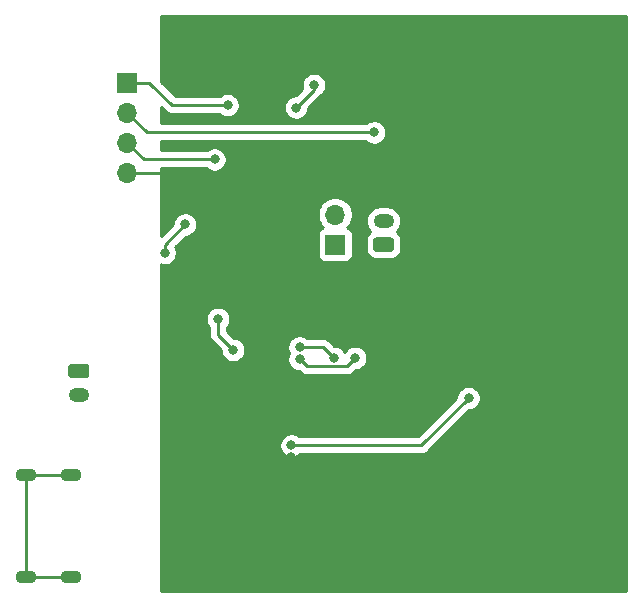
<source format=gbl>
G04 #@! TF.GenerationSoftware,KiCad,Pcbnew,(5.1.5-0)*
G04 #@! TF.CreationDate,2022-02-10T11:07:37-07:00*
G04 #@! TF.ProjectId,TPS61165-heater-v4,54505336-3131-4363-952d-686561746572,rev?*
G04 #@! TF.SameCoordinates,Original*
G04 #@! TF.FileFunction,Copper,L2,Bot*
G04 #@! TF.FilePolarity,Positive*
%FSLAX46Y46*%
G04 Gerber Fmt 4.6, Leading zero omitted, Abs format (unit mm)*
G04 Created by KiCad (PCBNEW (5.1.5-0)) date 2022-02-10 11:07:37*
%MOMM*%
%LPD*%
G04 APERTURE LIST*
%ADD10O,1.700000X1.700000*%
%ADD11R,1.700000X1.700000*%
%ADD12O,1.750000X1.200000*%
%ADD13C,0.100000*%
%ADD14O,1.800000X1.100000*%
%ADD15C,0.800000*%
%ADD16C,0.250000*%
%ADD17C,0.254000*%
G04 APERTURE END LIST*
D10*
X127100000Y-53920000D03*
X127100000Y-51380000D03*
X127100000Y-48840000D03*
D11*
X127100000Y-46300000D03*
D12*
X148800000Y-58000000D03*
G04 #@! TA.AperFunction,ComponentPad*
D13*
G36*
X149449505Y-59401204D02*
G01*
X149473773Y-59404804D01*
X149497572Y-59410765D01*
X149520671Y-59419030D01*
X149542850Y-59429520D01*
X149563893Y-59442132D01*
X149583599Y-59456747D01*
X149601777Y-59473223D01*
X149618253Y-59491401D01*
X149632868Y-59511107D01*
X149645480Y-59532150D01*
X149655970Y-59554329D01*
X149664235Y-59577428D01*
X149670196Y-59601227D01*
X149673796Y-59625495D01*
X149675000Y-59649999D01*
X149675000Y-60350001D01*
X149673796Y-60374505D01*
X149670196Y-60398773D01*
X149664235Y-60422572D01*
X149655970Y-60445671D01*
X149645480Y-60467850D01*
X149632868Y-60488893D01*
X149618253Y-60508599D01*
X149601777Y-60526777D01*
X149583599Y-60543253D01*
X149563893Y-60557868D01*
X149542850Y-60570480D01*
X149520671Y-60580970D01*
X149497572Y-60589235D01*
X149473773Y-60595196D01*
X149449505Y-60598796D01*
X149425001Y-60600000D01*
X148174999Y-60600000D01*
X148150495Y-60598796D01*
X148126227Y-60595196D01*
X148102428Y-60589235D01*
X148079329Y-60580970D01*
X148057150Y-60570480D01*
X148036107Y-60557868D01*
X148016401Y-60543253D01*
X147998223Y-60526777D01*
X147981747Y-60508599D01*
X147967132Y-60488893D01*
X147954520Y-60467850D01*
X147944030Y-60445671D01*
X147935765Y-60422572D01*
X147929804Y-60398773D01*
X147926204Y-60374505D01*
X147925000Y-60350001D01*
X147925000Y-59649999D01*
X147926204Y-59625495D01*
X147929804Y-59601227D01*
X147935765Y-59577428D01*
X147944030Y-59554329D01*
X147954520Y-59532150D01*
X147967132Y-59511107D01*
X147981747Y-59491401D01*
X147998223Y-59473223D01*
X148016401Y-59456747D01*
X148036107Y-59442132D01*
X148057150Y-59429520D01*
X148079329Y-59419030D01*
X148102428Y-59410765D01*
X148126227Y-59404804D01*
X148150495Y-59401204D01*
X148174999Y-59400000D01*
X149425001Y-59400000D01*
X149449505Y-59401204D01*
G37*
G04 #@! TD.AperFunction*
D10*
X144700000Y-57460000D03*
D11*
X144700000Y-60000000D03*
D12*
X123000000Y-72700000D03*
G04 #@! TA.AperFunction,ComponentPad*
D13*
G36*
X123649505Y-70101204D02*
G01*
X123673773Y-70104804D01*
X123697572Y-70110765D01*
X123720671Y-70119030D01*
X123742850Y-70129520D01*
X123763893Y-70142132D01*
X123783599Y-70156747D01*
X123801777Y-70173223D01*
X123818253Y-70191401D01*
X123832868Y-70211107D01*
X123845480Y-70232150D01*
X123855970Y-70254329D01*
X123864235Y-70277428D01*
X123870196Y-70301227D01*
X123873796Y-70325495D01*
X123875000Y-70349999D01*
X123875000Y-71050001D01*
X123873796Y-71074505D01*
X123870196Y-71098773D01*
X123864235Y-71122572D01*
X123855970Y-71145671D01*
X123845480Y-71167850D01*
X123832868Y-71188893D01*
X123818253Y-71208599D01*
X123801777Y-71226777D01*
X123783599Y-71243253D01*
X123763893Y-71257868D01*
X123742850Y-71270480D01*
X123720671Y-71280970D01*
X123697572Y-71289235D01*
X123673773Y-71295196D01*
X123649505Y-71298796D01*
X123625001Y-71300000D01*
X122374999Y-71300000D01*
X122350495Y-71298796D01*
X122326227Y-71295196D01*
X122302428Y-71289235D01*
X122279329Y-71280970D01*
X122257150Y-71270480D01*
X122236107Y-71257868D01*
X122216401Y-71243253D01*
X122198223Y-71226777D01*
X122181747Y-71208599D01*
X122167132Y-71188893D01*
X122154520Y-71167850D01*
X122144030Y-71145671D01*
X122135765Y-71122572D01*
X122129804Y-71098773D01*
X122126204Y-71074505D01*
X122125000Y-71050001D01*
X122125000Y-70349999D01*
X122126204Y-70325495D01*
X122129804Y-70301227D01*
X122135765Y-70277428D01*
X122144030Y-70254329D01*
X122154520Y-70232150D01*
X122167132Y-70211107D01*
X122181747Y-70191401D01*
X122198223Y-70173223D01*
X122216401Y-70156747D01*
X122236107Y-70142132D01*
X122257150Y-70129520D01*
X122279329Y-70119030D01*
X122302428Y-70110765D01*
X122326227Y-70104804D01*
X122350495Y-70101204D01*
X122374999Y-70100000D01*
X123625001Y-70100000D01*
X123649505Y-70101204D01*
G37*
G04 #@! TD.AperFunction*
D14*
X118525000Y-79480000D03*
X118525000Y-88120000D03*
X122325000Y-79480000D03*
X122325000Y-88120000D03*
D15*
X147900000Y-83800000D03*
X147900000Y-83000000D03*
X147900000Y-84600000D03*
X147900000Y-82200000D03*
X147900000Y-87300000D03*
X152700000Y-83600000D03*
X152500000Y-86800000D03*
X138400000Y-79300000D03*
X141700000Y-79300000D03*
X138350000Y-80650000D03*
X141000000Y-78000000D03*
X151100000Y-71400000D03*
X143700000Y-63900000D03*
X140500000Y-63900000D03*
X138300000Y-67025000D03*
X150200000Y-50200000D03*
X133500000Y-55700000D03*
X147300000Y-53400000D03*
X134400000Y-46000000D03*
X160000000Y-71000000D03*
X141400000Y-48400000D03*
X142900000Y-46500000D03*
X130275000Y-60702158D03*
X132000000Y-58300000D03*
X134799990Y-66300000D03*
X136070155Y-68917229D03*
X141700000Y-69700003D03*
X146400000Y-69600000D03*
X141700000Y-68700000D03*
X144600000Y-69600000D03*
X135600000Y-48200000D03*
X148000000Y-50500000D03*
X134500000Y-52800000D03*
X156000000Y-73000000D03*
X141000000Y-77000000D03*
D16*
X140500000Y-64825000D02*
X138300000Y-67025000D01*
X140500000Y-63900000D02*
X140500000Y-64825000D01*
X140500000Y-63900000D02*
X143700000Y-63900000D01*
X143700000Y-64000000D02*
X143700000Y-63900000D01*
X151100000Y-71400000D02*
X143700000Y-64000000D01*
X127100000Y-53920000D02*
X131620000Y-53920000D01*
X131620000Y-53920000D02*
X133400000Y-55700000D01*
X142900000Y-46900000D02*
X142900000Y-46500000D01*
X141400000Y-48400000D02*
X142900000Y-46900000D01*
X130275000Y-60025000D02*
X132000000Y-58300000D01*
X130275000Y-60702158D02*
X130275000Y-60025000D01*
X122325000Y-79480000D02*
X118525000Y-79480000D01*
X122325000Y-88120000D02*
X118525000Y-88120000D01*
X118525000Y-88120000D02*
X118525000Y-79480000D01*
X134799990Y-67647064D02*
X136070155Y-68917229D01*
X134799990Y-66300000D02*
X134799990Y-67647064D01*
X146000001Y-69999999D02*
X146400000Y-69600000D01*
X145674999Y-70325001D02*
X146000001Y-69999999D01*
X142324998Y-70325001D02*
X145674999Y-70325001D01*
X141700000Y-69700003D02*
X142324998Y-70325001D01*
X143700000Y-68700000D02*
X144600000Y-69600000D01*
X141700000Y-68700000D02*
X143700000Y-68700000D01*
X135600000Y-48200000D02*
X130900000Y-48200000D01*
X128900000Y-46300000D02*
X129100000Y-46500000D01*
X127100000Y-46300000D02*
X128900000Y-46300000D01*
X129100000Y-46500000D02*
X129000000Y-46300000D01*
X130900000Y-48200000D02*
X129100000Y-46500000D01*
X128760000Y-50500000D02*
X148000000Y-50500000D01*
X127100000Y-48840000D02*
X128760000Y-50500000D01*
X128520000Y-52800000D02*
X127100000Y-51380000D01*
X134500000Y-52800000D02*
X128520000Y-52800000D01*
X156000000Y-73000000D02*
X152000000Y-77000000D01*
X152000000Y-77000000D02*
X141000000Y-77000000D01*
D17*
G36*
X169340001Y-89340000D02*
G01*
X129927000Y-89340000D01*
X129927000Y-76898061D01*
X139965000Y-76898061D01*
X139965000Y-77101939D01*
X140004774Y-77301898D01*
X140082795Y-77490256D01*
X140196063Y-77659774D01*
X140340226Y-77803937D01*
X140509744Y-77917205D01*
X140698102Y-77995226D01*
X140898061Y-78035000D01*
X141101939Y-78035000D01*
X141301898Y-77995226D01*
X141490256Y-77917205D01*
X141659774Y-77803937D01*
X141703711Y-77760000D01*
X151962678Y-77760000D01*
X152000000Y-77763676D01*
X152037322Y-77760000D01*
X152037333Y-77760000D01*
X152148986Y-77749003D01*
X152292247Y-77705546D01*
X152424276Y-77634974D01*
X152540001Y-77540001D01*
X152563804Y-77510997D01*
X156039802Y-74035000D01*
X156101939Y-74035000D01*
X156301898Y-73995226D01*
X156490256Y-73917205D01*
X156659774Y-73803937D01*
X156803937Y-73659774D01*
X156917205Y-73490256D01*
X156995226Y-73301898D01*
X157035000Y-73101939D01*
X157035000Y-72898061D01*
X156995226Y-72698102D01*
X156917205Y-72509744D01*
X156803937Y-72340226D01*
X156659774Y-72196063D01*
X156490256Y-72082795D01*
X156301898Y-72004774D01*
X156101939Y-71965000D01*
X155898061Y-71965000D01*
X155698102Y-72004774D01*
X155509744Y-72082795D01*
X155340226Y-72196063D01*
X155196063Y-72340226D01*
X155082795Y-72509744D01*
X155004774Y-72698102D01*
X154965000Y-72898061D01*
X154965000Y-72960198D01*
X151685199Y-76240000D01*
X141703711Y-76240000D01*
X141659774Y-76196063D01*
X141490256Y-76082795D01*
X141301898Y-76004774D01*
X141101939Y-75965000D01*
X140898061Y-75965000D01*
X140698102Y-76004774D01*
X140509744Y-76082795D01*
X140340226Y-76196063D01*
X140196063Y-76340226D01*
X140082795Y-76509744D01*
X140004774Y-76698102D01*
X139965000Y-76898061D01*
X129927000Y-76898061D01*
X129927000Y-66198061D01*
X133764990Y-66198061D01*
X133764990Y-66401939D01*
X133804764Y-66601898D01*
X133882785Y-66790256D01*
X133996053Y-66959774D01*
X134039991Y-67003712D01*
X134039991Y-67609732D01*
X134036314Y-67647064D01*
X134039991Y-67684397D01*
X134049683Y-67782795D01*
X134050988Y-67796049D01*
X134094444Y-67939310D01*
X134165016Y-68071340D01*
X134199446Y-68113292D01*
X134259990Y-68187065D01*
X134288988Y-68210863D01*
X135035155Y-68957031D01*
X135035155Y-69019168D01*
X135074929Y-69219127D01*
X135152950Y-69407485D01*
X135266218Y-69577003D01*
X135410381Y-69721166D01*
X135579899Y-69834434D01*
X135768257Y-69912455D01*
X135968216Y-69952229D01*
X136172094Y-69952229D01*
X136372053Y-69912455D01*
X136560411Y-69834434D01*
X136729929Y-69721166D01*
X136874092Y-69577003D01*
X136987360Y-69407485D01*
X137065381Y-69219127D01*
X137105155Y-69019168D01*
X137105155Y-68815290D01*
X137065381Y-68615331D01*
X137058228Y-68598061D01*
X140665000Y-68598061D01*
X140665000Y-68801939D01*
X140704774Y-69001898D01*
X140782795Y-69190256D01*
X140789307Y-69200002D01*
X140782795Y-69209747D01*
X140704774Y-69398105D01*
X140665000Y-69598064D01*
X140665000Y-69801942D01*
X140704774Y-70001901D01*
X140782795Y-70190259D01*
X140896063Y-70359777D01*
X141040226Y-70503940D01*
X141209744Y-70617208D01*
X141398102Y-70695229D01*
X141598061Y-70735003D01*
X141660198Y-70735003D01*
X141761198Y-70836003D01*
X141784997Y-70865002D01*
X141900722Y-70959975D01*
X142032751Y-71030547D01*
X142176012Y-71074004D01*
X142287665Y-71085001D01*
X142287673Y-71085001D01*
X142324998Y-71088677D01*
X142362323Y-71085001D01*
X145637677Y-71085001D01*
X145674999Y-71088677D01*
X145712321Y-71085001D01*
X145712332Y-71085001D01*
X145823985Y-71074004D01*
X145967246Y-71030547D01*
X146099275Y-70959975D01*
X146215000Y-70865002D01*
X146238803Y-70835998D01*
X146439801Y-70635000D01*
X146501939Y-70635000D01*
X146701898Y-70595226D01*
X146890256Y-70517205D01*
X147059774Y-70403937D01*
X147203937Y-70259774D01*
X147317205Y-70090256D01*
X147395226Y-69901898D01*
X147435000Y-69701939D01*
X147435000Y-69498061D01*
X147395226Y-69298102D01*
X147317205Y-69109744D01*
X147203937Y-68940226D01*
X147059774Y-68796063D01*
X146890256Y-68682795D01*
X146701898Y-68604774D01*
X146501939Y-68565000D01*
X146298061Y-68565000D01*
X146098102Y-68604774D01*
X145909744Y-68682795D01*
X145740226Y-68796063D01*
X145596063Y-68940226D01*
X145500000Y-69083995D01*
X145403937Y-68940226D01*
X145259774Y-68796063D01*
X145090256Y-68682795D01*
X144901898Y-68604774D01*
X144701939Y-68565000D01*
X144639801Y-68565000D01*
X144263803Y-68189002D01*
X144240001Y-68159999D01*
X144124276Y-68065026D01*
X143992247Y-67994454D01*
X143848986Y-67950997D01*
X143737333Y-67940000D01*
X143737322Y-67940000D01*
X143700000Y-67936324D01*
X143662678Y-67940000D01*
X142403711Y-67940000D01*
X142359774Y-67896063D01*
X142190256Y-67782795D01*
X142001898Y-67704774D01*
X141801939Y-67665000D01*
X141598061Y-67665000D01*
X141398102Y-67704774D01*
X141209744Y-67782795D01*
X141040226Y-67896063D01*
X140896063Y-68040226D01*
X140782795Y-68209744D01*
X140704774Y-68398102D01*
X140665000Y-68598061D01*
X137058228Y-68598061D01*
X136987360Y-68426973D01*
X136874092Y-68257455D01*
X136729929Y-68113292D01*
X136560411Y-68000024D01*
X136372053Y-67922003D01*
X136172094Y-67882229D01*
X136109957Y-67882229D01*
X135559990Y-67332263D01*
X135559990Y-67003711D01*
X135603927Y-66959774D01*
X135717195Y-66790256D01*
X135795216Y-66601898D01*
X135834990Y-66401939D01*
X135834990Y-66198061D01*
X135795216Y-65998102D01*
X135717195Y-65809744D01*
X135603927Y-65640226D01*
X135459764Y-65496063D01*
X135290246Y-65382795D01*
X135101888Y-65304774D01*
X134901929Y-65265000D01*
X134698051Y-65265000D01*
X134498092Y-65304774D01*
X134309734Y-65382795D01*
X134140216Y-65496063D01*
X133996053Y-65640226D01*
X133882785Y-65809744D01*
X133804764Y-65998102D01*
X133764990Y-66198061D01*
X129927000Y-66198061D01*
X129927000Y-61678288D01*
X129973102Y-61697384D01*
X130173061Y-61737158D01*
X130376939Y-61737158D01*
X130576898Y-61697384D01*
X130765256Y-61619363D01*
X130934774Y-61506095D01*
X131078937Y-61361932D01*
X131192205Y-61192414D01*
X131270226Y-61004056D01*
X131310000Y-60804097D01*
X131310000Y-60600219D01*
X131270226Y-60400260D01*
X131192205Y-60211902D01*
X131180467Y-60194335D01*
X132039802Y-59335000D01*
X132101939Y-59335000D01*
X132301898Y-59295226D01*
X132490256Y-59217205D01*
X132590835Y-59150000D01*
X143211928Y-59150000D01*
X143211928Y-60850000D01*
X143224188Y-60974482D01*
X143260498Y-61094180D01*
X143319463Y-61204494D01*
X143398815Y-61301185D01*
X143495506Y-61380537D01*
X143605820Y-61439502D01*
X143725518Y-61475812D01*
X143850000Y-61488072D01*
X145550000Y-61488072D01*
X145674482Y-61475812D01*
X145794180Y-61439502D01*
X145904494Y-61380537D01*
X146001185Y-61301185D01*
X146080537Y-61204494D01*
X146139502Y-61094180D01*
X146175812Y-60974482D01*
X146188072Y-60850000D01*
X146188072Y-59150000D01*
X146175812Y-59025518D01*
X146139502Y-58905820D01*
X146080537Y-58795506D01*
X146001185Y-58698815D01*
X145904494Y-58619463D01*
X145794180Y-58560498D01*
X145721620Y-58538487D01*
X145853475Y-58406632D01*
X146015990Y-58163411D01*
X146083676Y-58000000D01*
X147284025Y-58000000D01*
X147307870Y-58242102D01*
X147378489Y-58474901D01*
X147493167Y-58689449D01*
X147647498Y-58877502D01*
X147686111Y-58909191D01*
X147681613Y-58911595D01*
X147547038Y-59022038D01*
X147436595Y-59156613D01*
X147354528Y-59310149D01*
X147303992Y-59476745D01*
X147286928Y-59649999D01*
X147286928Y-60350001D01*
X147303992Y-60523255D01*
X147354528Y-60689851D01*
X147436595Y-60843387D01*
X147547038Y-60977962D01*
X147681613Y-61088405D01*
X147835149Y-61170472D01*
X148001745Y-61221008D01*
X148174999Y-61238072D01*
X149425001Y-61238072D01*
X149598255Y-61221008D01*
X149764851Y-61170472D01*
X149918387Y-61088405D01*
X150052962Y-60977962D01*
X150163405Y-60843387D01*
X150245472Y-60689851D01*
X150296008Y-60523255D01*
X150313072Y-60350001D01*
X150313072Y-59649999D01*
X150296008Y-59476745D01*
X150245472Y-59310149D01*
X150163405Y-59156613D01*
X150052962Y-59022038D01*
X149918387Y-58911595D01*
X149913889Y-58909191D01*
X149952502Y-58877502D01*
X150106833Y-58689449D01*
X150221511Y-58474901D01*
X150292130Y-58242102D01*
X150315975Y-58000000D01*
X150292130Y-57757898D01*
X150221511Y-57525099D01*
X150106833Y-57310551D01*
X149952502Y-57122498D01*
X149764449Y-56968167D01*
X149549901Y-56853489D01*
X149317102Y-56782870D01*
X149135665Y-56765000D01*
X148464335Y-56765000D01*
X148282898Y-56782870D01*
X148050099Y-56853489D01*
X147835551Y-56968167D01*
X147647498Y-57122498D01*
X147493167Y-57310551D01*
X147378489Y-57525099D01*
X147307870Y-57757898D01*
X147284025Y-58000000D01*
X146083676Y-58000000D01*
X146127932Y-57893158D01*
X146185000Y-57606260D01*
X146185000Y-57313740D01*
X146127932Y-57026842D01*
X146015990Y-56756589D01*
X145853475Y-56513368D01*
X145646632Y-56306525D01*
X145403411Y-56144010D01*
X145133158Y-56032068D01*
X144846260Y-55975000D01*
X144553740Y-55975000D01*
X144266842Y-56032068D01*
X143996589Y-56144010D01*
X143753368Y-56306525D01*
X143546525Y-56513368D01*
X143384010Y-56756589D01*
X143272068Y-57026842D01*
X143215000Y-57313740D01*
X143215000Y-57606260D01*
X143272068Y-57893158D01*
X143384010Y-58163411D01*
X143546525Y-58406632D01*
X143678380Y-58538487D01*
X143605820Y-58560498D01*
X143495506Y-58619463D01*
X143398815Y-58698815D01*
X143319463Y-58795506D01*
X143260498Y-58905820D01*
X143224188Y-59025518D01*
X143211928Y-59150000D01*
X132590835Y-59150000D01*
X132659774Y-59103937D01*
X132803937Y-58959774D01*
X132917205Y-58790256D01*
X132995226Y-58601898D01*
X133035000Y-58401939D01*
X133035000Y-58198061D01*
X132995226Y-57998102D01*
X132917205Y-57809744D01*
X132803937Y-57640226D01*
X132659774Y-57496063D01*
X132490256Y-57382795D01*
X132301898Y-57304774D01*
X132101939Y-57265000D01*
X131898061Y-57265000D01*
X131698102Y-57304774D01*
X131509744Y-57382795D01*
X131340226Y-57496063D01*
X131196063Y-57640226D01*
X131082795Y-57809744D01*
X131004774Y-57998102D01*
X130965000Y-58198061D01*
X130965000Y-58260198D01*
X129927000Y-59298199D01*
X129927000Y-53560000D01*
X133796289Y-53560000D01*
X133840226Y-53603937D01*
X134009744Y-53717205D01*
X134198102Y-53795226D01*
X134398061Y-53835000D01*
X134601939Y-53835000D01*
X134801898Y-53795226D01*
X134990256Y-53717205D01*
X135159774Y-53603937D01*
X135303937Y-53459774D01*
X135417205Y-53290256D01*
X135495226Y-53101898D01*
X135535000Y-52901939D01*
X135535000Y-52698061D01*
X135495226Y-52498102D01*
X135417205Y-52309744D01*
X135303937Y-52140226D01*
X135159774Y-51996063D01*
X134990256Y-51882795D01*
X134801898Y-51804774D01*
X134601939Y-51765000D01*
X134398061Y-51765000D01*
X134198102Y-51804774D01*
X134009744Y-51882795D01*
X133840226Y-51996063D01*
X133796289Y-52040000D01*
X129927000Y-52040000D01*
X129927000Y-51260000D01*
X147296289Y-51260000D01*
X147340226Y-51303937D01*
X147509744Y-51417205D01*
X147698102Y-51495226D01*
X147898061Y-51535000D01*
X148101939Y-51535000D01*
X148301898Y-51495226D01*
X148490256Y-51417205D01*
X148659774Y-51303937D01*
X148803937Y-51159774D01*
X148917205Y-50990256D01*
X148995226Y-50801898D01*
X149035000Y-50601939D01*
X149035000Y-50398061D01*
X148995226Y-50198102D01*
X148917205Y-50009744D01*
X148803937Y-49840226D01*
X148659774Y-49696063D01*
X148490256Y-49582795D01*
X148301898Y-49504774D01*
X148101939Y-49465000D01*
X147898061Y-49465000D01*
X147698102Y-49504774D01*
X147509744Y-49582795D01*
X147340226Y-49696063D01*
X147296289Y-49740000D01*
X129927000Y-49740000D01*
X129927000Y-48326428D01*
X130343109Y-48719420D01*
X130359999Y-48740001D01*
X130397399Y-48770695D01*
X130405307Y-48778163D01*
X130426257Y-48794377D01*
X130475724Y-48834974D01*
X130485375Y-48840133D01*
X130494031Y-48846832D01*
X130551311Y-48875377D01*
X130607753Y-48905546D01*
X130618226Y-48908723D01*
X130628023Y-48913605D01*
X130689771Y-48930426D01*
X130751014Y-48949003D01*
X130761908Y-48950076D01*
X130772466Y-48952952D01*
X130836292Y-48957402D01*
X130862667Y-48960000D01*
X130873549Y-48960000D01*
X130921810Y-48963365D01*
X130948218Y-48960000D01*
X134896289Y-48960000D01*
X134940226Y-49003937D01*
X135109744Y-49117205D01*
X135298102Y-49195226D01*
X135498061Y-49235000D01*
X135701939Y-49235000D01*
X135901898Y-49195226D01*
X136090256Y-49117205D01*
X136259774Y-49003937D01*
X136403937Y-48859774D01*
X136517205Y-48690256D01*
X136595226Y-48501898D01*
X136635000Y-48301939D01*
X136635000Y-48298061D01*
X140365000Y-48298061D01*
X140365000Y-48501939D01*
X140404774Y-48701898D01*
X140482795Y-48890256D01*
X140596063Y-49059774D01*
X140740226Y-49203937D01*
X140909744Y-49317205D01*
X141098102Y-49395226D01*
X141298061Y-49435000D01*
X141501939Y-49435000D01*
X141701898Y-49395226D01*
X141890256Y-49317205D01*
X142059774Y-49203937D01*
X142203937Y-49059774D01*
X142317205Y-48890256D01*
X142395226Y-48701898D01*
X142435000Y-48501939D01*
X142435000Y-48439801D01*
X143411004Y-47463798D01*
X143440001Y-47440001D01*
X143534974Y-47324276D01*
X143538107Y-47318414D01*
X143559774Y-47303937D01*
X143703937Y-47159774D01*
X143817205Y-46990256D01*
X143895226Y-46801898D01*
X143935000Y-46601939D01*
X143935000Y-46398061D01*
X143895226Y-46198102D01*
X143817205Y-46009744D01*
X143703937Y-45840226D01*
X143559774Y-45696063D01*
X143390256Y-45582795D01*
X143201898Y-45504774D01*
X143001939Y-45465000D01*
X142798061Y-45465000D01*
X142598102Y-45504774D01*
X142409744Y-45582795D01*
X142240226Y-45696063D01*
X142096063Y-45840226D01*
X141982795Y-46009744D01*
X141904774Y-46198102D01*
X141865000Y-46398061D01*
X141865000Y-46601939D01*
X141904774Y-46801898D01*
X141910200Y-46814998D01*
X141360199Y-47365000D01*
X141298061Y-47365000D01*
X141098102Y-47404774D01*
X140909744Y-47482795D01*
X140740226Y-47596063D01*
X140596063Y-47740226D01*
X140482795Y-47909744D01*
X140404774Y-48098102D01*
X140365000Y-48298061D01*
X136635000Y-48298061D01*
X136635000Y-48098061D01*
X136595226Y-47898102D01*
X136517205Y-47709744D01*
X136403937Y-47540226D01*
X136259774Y-47396063D01*
X136090256Y-47282795D01*
X135901898Y-47204774D01*
X135701939Y-47165000D01*
X135498061Y-47165000D01*
X135298102Y-47204774D01*
X135109744Y-47282795D01*
X134940226Y-47396063D01*
X134896289Y-47440000D01*
X131202160Y-47440000D01*
X129927000Y-46235683D01*
X129927000Y-40660000D01*
X169340000Y-40660000D01*
X169340001Y-89340000D01*
G37*
X169340001Y-89340000D02*
X129927000Y-89340000D01*
X129927000Y-76898061D01*
X139965000Y-76898061D01*
X139965000Y-77101939D01*
X140004774Y-77301898D01*
X140082795Y-77490256D01*
X140196063Y-77659774D01*
X140340226Y-77803937D01*
X140509744Y-77917205D01*
X140698102Y-77995226D01*
X140898061Y-78035000D01*
X141101939Y-78035000D01*
X141301898Y-77995226D01*
X141490256Y-77917205D01*
X141659774Y-77803937D01*
X141703711Y-77760000D01*
X151962678Y-77760000D01*
X152000000Y-77763676D01*
X152037322Y-77760000D01*
X152037333Y-77760000D01*
X152148986Y-77749003D01*
X152292247Y-77705546D01*
X152424276Y-77634974D01*
X152540001Y-77540001D01*
X152563804Y-77510997D01*
X156039802Y-74035000D01*
X156101939Y-74035000D01*
X156301898Y-73995226D01*
X156490256Y-73917205D01*
X156659774Y-73803937D01*
X156803937Y-73659774D01*
X156917205Y-73490256D01*
X156995226Y-73301898D01*
X157035000Y-73101939D01*
X157035000Y-72898061D01*
X156995226Y-72698102D01*
X156917205Y-72509744D01*
X156803937Y-72340226D01*
X156659774Y-72196063D01*
X156490256Y-72082795D01*
X156301898Y-72004774D01*
X156101939Y-71965000D01*
X155898061Y-71965000D01*
X155698102Y-72004774D01*
X155509744Y-72082795D01*
X155340226Y-72196063D01*
X155196063Y-72340226D01*
X155082795Y-72509744D01*
X155004774Y-72698102D01*
X154965000Y-72898061D01*
X154965000Y-72960198D01*
X151685199Y-76240000D01*
X141703711Y-76240000D01*
X141659774Y-76196063D01*
X141490256Y-76082795D01*
X141301898Y-76004774D01*
X141101939Y-75965000D01*
X140898061Y-75965000D01*
X140698102Y-76004774D01*
X140509744Y-76082795D01*
X140340226Y-76196063D01*
X140196063Y-76340226D01*
X140082795Y-76509744D01*
X140004774Y-76698102D01*
X139965000Y-76898061D01*
X129927000Y-76898061D01*
X129927000Y-66198061D01*
X133764990Y-66198061D01*
X133764990Y-66401939D01*
X133804764Y-66601898D01*
X133882785Y-66790256D01*
X133996053Y-66959774D01*
X134039991Y-67003712D01*
X134039991Y-67609732D01*
X134036314Y-67647064D01*
X134039991Y-67684397D01*
X134049683Y-67782795D01*
X134050988Y-67796049D01*
X134094444Y-67939310D01*
X134165016Y-68071340D01*
X134199446Y-68113292D01*
X134259990Y-68187065D01*
X134288988Y-68210863D01*
X135035155Y-68957031D01*
X135035155Y-69019168D01*
X135074929Y-69219127D01*
X135152950Y-69407485D01*
X135266218Y-69577003D01*
X135410381Y-69721166D01*
X135579899Y-69834434D01*
X135768257Y-69912455D01*
X135968216Y-69952229D01*
X136172094Y-69952229D01*
X136372053Y-69912455D01*
X136560411Y-69834434D01*
X136729929Y-69721166D01*
X136874092Y-69577003D01*
X136987360Y-69407485D01*
X137065381Y-69219127D01*
X137105155Y-69019168D01*
X137105155Y-68815290D01*
X137065381Y-68615331D01*
X137058228Y-68598061D01*
X140665000Y-68598061D01*
X140665000Y-68801939D01*
X140704774Y-69001898D01*
X140782795Y-69190256D01*
X140789307Y-69200002D01*
X140782795Y-69209747D01*
X140704774Y-69398105D01*
X140665000Y-69598064D01*
X140665000Y-69801942D01*
X140704774Y-70001901D01*
X140782795Y-70190259D01*
X140896063Y-70359777D01*
X141040226Y-70503940D01*
X141209744Y-70617208D01*
X141398102Y-70695229D01*
X141598061Y-70735003D01*
X141660198Y-70735003D01*
X141761198Y-70836003D01*
X141784997Y-70865002D01*
X141900722Y-70959975D01*
X142032751Y-71030547D01*
X142176012Y-71074004D01*
X142287665Y-71085001D01*
X142287673Y-71085001D01*
X142324998Y-71088677D01*
X142362323Y-71085001D01*
X145637677Y-71085001D01*
X145674999Y-71088677D01*
X145712321Y-71085001D01*
X145712332Y-71085001D01*
X145823985Y-71074004D01*
X145967246Y-71030547D01*
X146099275Y-70959975D01*
X146215000Y-70865002D01*
X146238803Y-70835998D01*
X146439801Y-70635000D01*
X146501939Y-70635000D01*
X146701898Y-70595226D01*
X146890256Y-70517205D01*
X147059774Y-70403937D01*
X147203937Y-70259774D01*
X147317205Y-70090256D01*
X147395226Y-69901898D01*
X147435000Y-69701939D01*
X147435000Y-69498061D01*
X147395226Y-69298102D01*
X147317205Y-69109744D01*
X147203937Y-68940226D01*
X147059774Y-68796063D01*
X146890256Y-68682795D01*
X146701898Y-68604774D01*
X146501939Y-68565000D01*
X146298061Y-68565000D01*
X146098102Y-68604774D01*
X145909744Y-68682795D01*
X145740226Y-68796063D01*
X145596063Y-68940226D01*
X145500000Y-69083995D01*
X145403937Y-68940226D01*
X145259774Y-68796063D01*
X145090256Y-68682795D01*
X144901898Y-68604774D01*
X144701939Y-68565000D01*
X144639801Y-68565000D01*
X144263803Y-68189002D01*
X144240001Y-68159999D01*
X144124276Y-68065026D01*
X143992247Y-67994454D01*
X143848986Y-67950997D01*
X143737333Y-67940000D01*
X143737322Y-67940000D01*
X143700000Y-67936324D01*
X143662678Y-67940000D01*
X142403711Y-67940000D01*
X142359774Y-67896063D01*
X142190256Y-67782795D01*
X142001898Y-67704774D01*
X141801939Y-67665000D01*
X141598061Y-67665000D01*
X141398102Y-67704774D01*
X141209744Y-67782795D01*
X141040226Y-67896063D01*
X140896063Y-68040226D01*
X140782795Y-68209744D01*
X140704774Y-68398102D01*
X140665000Y-68598061D01*
X137058228Y-68598061D01*
X136987360Y-68426973D01*
X136874092Y-68257455D01*
X136729929Y-68113292D01*
X136560411Y-68000024D01*
X136372053Y-67922003D01*
X136172094Y-67882229D01*
X136109957Y-67882229D01*
X135559990Y-67332263D01*
X135559990Y-67003711D01*
X135603927Y-66959774D01*
X135717195Y-66790256D01*
X135795216Y-66601898D01*
X135834990Y-66401939D01*
X135834990Y-66198061D01*
X135795216Y-65998102D01*
X135717195Y-65809744D01*
X135603927Y-65640226D01*
X135459764Y-65496063D01*
X135290246Y-65382795D01*
X135101888Y-65304774D01*
X134901929Y-65265000D01*
X134698051Y-65265000D01*
X134498092Y-65304774D01*
X134309734Y-65382795D01*
X134140216Y-65496063D01*
X133996053Y-65640226D01*
X133882785Y-65809744D01*
X133804764Y-65998102D01*
X133764990Y-66198061D01*
X129927000Y-66198061D01*
X129927000Y-61678288D01*
X129973102Y-61697384D01*
X130173061Y-61737158D01*
X130376939Y-61737158D01*
X130576898Y-61697384D01*
X130765256Y-61619363D01*
X130934774Y-61506095D01*
X131078937Y-61361932D01*
X131192205Y-61192414D01*
X131270226Y-61004056D01*
X131310000Y-60804097D01*
X131310000Y-60600219D01*
X131270226Y-60400260D01*
X131192205Y-60211902D01*
X131180467Y-60194335D01*
X132039802Y-59335000D01*
X132101939Y-59335000D01*
X132301898Y-59295226D01*
X132490256Y-59217205D01*
X132590835Y-59150000D01*
X143211928Y-59150000D01*
X143211928Y-60850000D01*
X143224188Y-60974482D01*
X143260498Y-61094180D01*
X143319463Y-61204494D01*
X143398815Y-61301185D01*
X143495506Y-61380537D01*
X143605820Y-61439502D01*
X143725518Y-61475812D01*
X143850000Y-61488072D01*
X145550000Y-61488072D01*
X145674482Y-61475812D01*
X145794180Y-61439502D01*
X145904494Y-61380537D01*
X146001185Y-61301185D01*
X146080537Y-61204494D01*
X146139502Y-61094180D01*
X146175812Y-60974482D01*
X146188072Y-60850000D01*
X146188072Y-59150000D01*
X146175812Y-59025518D01*
X146139502Y-58905820D01*
X146080537Y-58795506D01*
X146001185Y-58698815D01*
X145904494Y-58619463D01*
X145794180Y-58560498D01*
X145721620Y-58538487D01*
X145853475Y-58406632D01*
X146015990Y-58163411D01*
X146083676Y-58000000D01*
X147284025Y-58000000D01*
X147307870Y-58242102D01*
X147378489Y-58474901D01*
X147493167Y-58689449D01*
X147647498Y-58877502D01*
X147686111Y-58909191D01*
X147681613Y-58911595D01*
X147547038Y-59022038D01*
X147436595Y-59156613D01*
X147354528Y-59310149D01*
X147303992Y-59476745D01*
X147286928Y-59649999D01*
X147286928Y-60350001D01*
X147303992Y-60523255D01*
X147354528Y-60689851D01*
X147436595Y-60843387D01*
X147547038Y-60977962D01*
X147681613Y-61088405D01*
X147835149Y-61170472D01*
X148001745Y-61221008D01*
X148174999Y-61238072D01*
X149425001Y-61238072D01*
X149598255Y-61221008D01*
X149764851Y-61170472D01*
X149918387Y-61088405D01*
X150052962Y-60977962D01*
X150163405Y-60843387D01*
X150245472Y-60689851D01*
X150296008Y-60523255D01*
X150313072Y-60350001D01*
X150313072Y-59649999D01*
X150296008Y-59476745D01*
X150245472Y-59310149D01*
X150163405Y-59156613D01*
X150052962Y-59022038D01*
X149918387Y-58911595D01*
X149913889Y-58909191D01*
X149952502Y-58877502D01*
X150106833Y-58689449D01*
X150221511Y-58474901D01*
X150292130Y-58242102D01*
X150315975Y-58000000D01*
X150292130Y-57757898D01*
X150221511Y-57525099D01*
X150106833Y-57310551D01*
X149952502Y-57122498D01*
X149764449Y-56968167D01*
X149549901Y-56853489D01*
X149317102Y-56782870D01*
X149135665Y-56765000D01*
X148464335Y-56765000D01*
X148282898Y-56782870D01*
X148050099Y-56853489D01*
X147835551Y-56968167D01*
X147647498Y-57122498D01*
X147493167Y-57310551D01*
X147378489Y-57525099D01*
X147307870Y-57757898D01*
X147284025Y-58000000D01*
X146083676Y-58000000D01*
X146127932Y-57893158D01*
X146185000Y-57606260D01*
X146185000Y-57313740D01*
X146127932Y-57026842D01*
X146015990Y-56756589D01*
X145853475Y-56513368D01*
X145646632Y-56306525D01*
X145403411Y-56144010D01*
X145133158Y-56032068D01*
X144846260Y-55975000D01*
X144553740Y-55975000D01*
X144266842Y-56032068D01*
X143996589Y-56144010D01*
X143753368Y-56306525D01*
X143546525Y-56513368D01*
X143384010Y-56756589D01*
X143272068Y-57026842D01*
X143215000Y-57313740D01*
X143215000Y-57606260D01*
X143272068Y-57893158D01*
X143384010Y-58163411D01*
X143546525Y-58406632D01*
X143678380Y-58538487D01*
X143605820Y-58560498D01*
X143495506Y-58619463D01*
X143398815Y-58698815D01*
X143319463Y-58795506D01*
X143260498Y-58905820D01*
X143224188Y-59025518D01*
X143211928Y-59150000D01*
X132590835Y-59150000D01*
X132659774Y-59103937D01*
X132803937Y-58959774D01*
X132917205Y-58790256D01*
X132995226Y-58601898D01*
X133035000Y-58401939D01*
X133035000Y-58198061D01*
X132995226Y-57998102D01*
X132917205Y-57809744D01*
X132803937Y-57640226D01*
X132659774Y-57496063D01*
X132490256Y-57382795D01*
X132301898Y-57304774D01*
X132101939Y-57265000D01*
X131898061Y-57265000D01*
X131698102Y-57304774D01*
X131509744Y-57382795D01*
X131340226Y-57496063D01*
X131196063Y-57640226D01*
X131082795Y-57809744D01*
X131004774Y-57998102D01*
X130965000Y-58198061D01*
X130965000Y-58260198D01*
X129927000Y-59298199D01*
X129927000Y-53560000D01*
X133796289Y-53560000D01*
X133840226Y-53603937D01*
X134009744Y-53717205D01*
X134198102Y-53795226D01*
X134398061Y-53835000D01*
X134601939Y-53835000D01*
X134801898Y-53795226D01*
X134990256Y-53717205D01*
X135159774Y-53603937D01*
X135303937Y-53459774D01*
X135417205Y-53290256D01*
X135495226Y-53101898D01*
X135535000Y-52901939D01*
X135535000Y-52698061D01*
X135495226Y-52498102D01*
X135417205Y-52309744D01*
X135303937Y-52140226D01*
X135159774Y-51996063D01*
X134990256Y-51882795D01*
X134801898Y-51804774D01*
X134601939Y-51765000D01*
X134398061Y-51765000D01*
X134198102Y-51804774D01*
X134009744Y-51882795D01*
X133840226Y-51996063D01*
X133796289Y-52040000D01*
X129927000Y-52040000D01*
X129927000Y-51260000D01*
X147296289Y-51260000D01*
X147340226Y-51303937D01*
X147509744Y-51417205D01*
X147698102Y-51495226D01*
X147898061Y-51535000D01*
X148101939Y-51535000D01*
X148301898Y-51495226D01*
X148490256Y-51417205D01*
X148659774Y-51303937D01*
X148803937Y-51159774D01*
X148917205Y-50990256D01*
X148995226Y-50801898D01*
X149035000Y-50601939D01*
X149035000Y-50398061D01*
X148995226Y-50198102D01*
X148917205Y-50009744D01*
X148803937Y-49840226D01*
X148659774Y-49696063D01*
X148490256Y-49582795D01*
X148301898Y-49504774D01*
X148101939Y-49465000D01*
X147898061Y-49465000D01*
X147698102Y-49504774D01*
X147509744Y-49582795D01*
X147340226Y-49696063D01*
X147296289Y-49740000D01*
X129927000Y-49740000D01*
X129927000Y-48326428D01*
X130343109Y-48719420D01*
X130359999Y-48740001D01*
X130397399Y-48770695D01*
X130405307Y-48778163D01*
X130426257Y-48794377D01*
X130475724Y-48834974D01*
X130485375Y-48840133D01*
X130494031Y-48846832D01*
X130551311Y-48875377D01*
X130607753Y-48905546D01*
X130618226Y-48908723D01*
X130628023Y-48913605D01*
X130689771Y-48930426D01*
X130751014Y-48949003D01*
X130761908Y-48950076D01*
X130772466Y-48952952D01*
X130836292Y-48957402D01*
X130862667Y-48960000D01*
X130873549Y-48960000D01*
X130921810Y-48963365D01*
X130948218Y-48960000D01*
X134896289Y-48960000D01*
X134940226Y-49003937D01*
X135109744Y-49117205D01*
X135298102Y-49195226D01*
X135498061Y-49235000D01*
X135701939Y-49235000D01*
X135901898Y-49195226D01*
X136090256Y-49117205D01*
X136259774Y-49003937D01*
X136403937Y-48859774D01*
X136517205Y-48690256D01*
X136595226Y-48501898D01*
X136635000Y-48301939D01*
X136635000Y-48298061D01*
X140365000Y-48298061D01*
X140365000Y-48501939D01*
X140404774Y-48701898D01*
X140482795Y-48890256D01*
X140596063Y-49059774D01*
X140740226Y-49203937D01*
X140909744Y-49317205D01*
X141098102Y-49395226D01*
X141298061Y-49435000D01*
X141501939Y-49435000D01*
X141701898Y-49395226D01*
X141890256Y-49317205D01*
X142059774Y-49203937D01*
X142203937Y-49059774D01*
X142317205Y-48890256D01*
X142395226Y-48701898D01*
X142435000Y-48501939D01*
X142435000Y-48439801D01*
X143411004Y-47463798D01*
X143440001Y-47440001D01*
X143534974Y-47324276D01*
X143538107Y-47318414D01*
X143559774Y-47303937D01*
X143703937Y-47159774D01*
X143817205Y-46990256D01*
X143895226Y-46801898D01*
X143935000Y-46601939D01*
X143935000Y-46398061D01*
X143895226Y-46198102D01*
X143817205Y-46009744D01*
X143703937Y-45840226D01*
X143559774Y-45696063D01*
X143390256Y-45582795D01*
X143201898Y-45504774D01*
X143001939Y-45465000D01*
X142798061Y-45465000D01*
X142598102Y-45504774D01*
X142409744Y-45582795D01*
X142240226Y-45696063D01*
X142096063Y-45840226D01*
X141982795Y-46009744D01*
X141904774Y-46198102D01*
X141865000Y-46398061D01*
X141865000Y-46601939D01*
X141904774Y-46801898D01*
X141910200Y-46814998D01*
X141360199Y-47365000D01*
X141298061Y-47365000D01*
X141098102Y-47404774D01*
X140909744Y-47482795D01*
X140740226Y-47596063D01*
X140596063Y-47740226D01*
X140482795Y-47909744D01*
X140404774Y-48098102D01*
X140365000Y-48298061D01*
X136635000Y-48298061D01*
X136635000Y-48098061D01*
X136595226Y-47898102D01*
X136517205Y-47709744D01*
X136403937Y-47540226D01*
X136259774Y-47396063D01*
X136090256Y-47282795D01*
X135901898Y-47204774D01*
X135701939Y-47165000D01*
X135498061Y-47165000D01*
X135298102Y-47204774D01*
X135109744Y-47282795D01*
X134940226Y-47396063D01*
X134896289Y-47440000D01*
X131202160Y-47440000D01*
X129927000Y-46235683D01*
X129927000Y-40660000D01*
X169340000Y-40660000D01*
X169340001Y-89340000D01*
M02*

</source>
